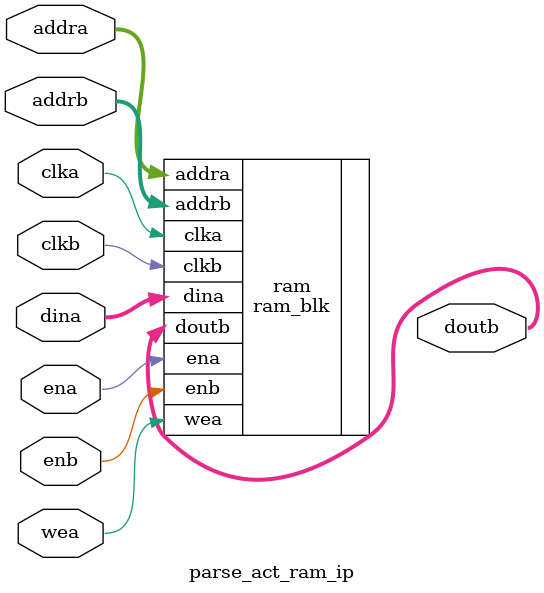
<source format=v>
`timescale 1ns / 1ps

module parse_act_ram_ip #(
    parameter ADDR_BITS = 5,
    parameter DATA_BITS = 160
)
(
    input [(ADDR_BITS - 1):0] addra,
    input clka,
    input [(DATA_BITS - 1):0] dina,
    input ena,
    input wea,

    input [(ADDR_BITS - 1):0] addrb,
    input clkb,
    output [(DATA_BITS - 1):0] doutb,
    input enb
);
    ram_blk #(
        .ADDR_BITS(ADDR_BITS),
        .DATA_BITS(DATA_BITS)
    ) ram (
        .addra(addra),
        .clka(clka),
        .dina(dina),
        .ena(ena),
        .wea(wea),
        .addrb(addrb),
        .clkb(clkb),
        .doutb(doutb),
        .enb(enb)
    );
endmodule

</source>
